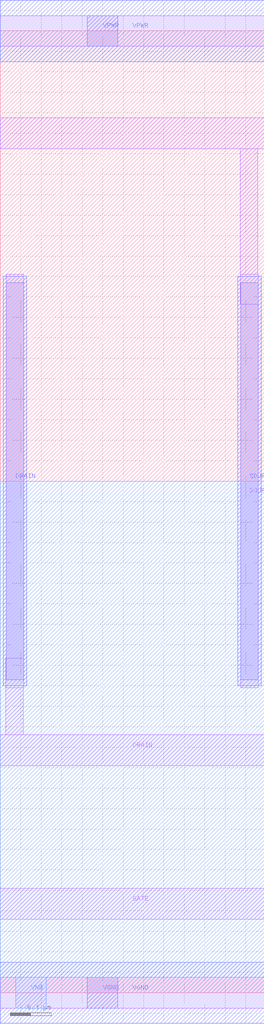
<source format=lef>
VERSION 5.7 ;
  NOWIREEXTENSIONATPIN ON ;
  DIVIDERCHAR "/" ;
  BUSBITCHARS "[]" ;
MACRO sky130_asc_nfet_01v8_lvt_1
  CLASS CORE ;
  FOREIGN sky130_asc_nfet_01v8_lvt_1 ;
  ORIGIN 0.000 0.000 ;
  SIZE 2.580 BY 9.400 ;
  SITE unitasc ;
  PIN VNB
    DIRECTION INOUT ;
    USE POWER ;
    PORT
      LAYER pwell ;
        RECT 0.000 0.150 2.580 5.000 ;
        RECT 0.150 -0.150 0.450 0.150 ;
    END
  END VNB
  PIN GATE
    DIRECTION INOUT ;
    USE SIGNAL ;
    ANTENNAGATEAREA 8.000000 ;
    PORT
      LAYER li1 ;
        RECT 0.000 0.720 2.580 1.020 ;
    END
  END GATE
  PIN SOURCE
    DIRECTION INOUT ;
    USE SIGNAL ;
    ANTENNADIFFAREA 1.160000 ;
    PORT
      LAYER li1 ;
        RECT 0.000 8.250 2.580 8.550 ;
        RECT 2.345 7.020 2.515 8.250 ;
        RECT 2.345 6.730 2.520 7.020 ;
        RECT 2.350 2.980 2.520 6.730 ;
      LAYER mcon ;
        RECT 2.350 3.060 2.520 6.940 ;
      LAYER met1 ;
        RECT 2.320 3.000 2.550 7.000 ;
    END
  END SOURCE
  PIN DRAIN
    DIRECTION INOUT ;
    USE SIGNAL ;
    ANTENNADIFFAREA 1.160000 ;
    PORT
      LAYER li1 ;
        RECT 0.060 3.270 0.230 7.020 ;
        RECT 0.055 2.980 0.230 3.270 ;
        RECT 0.055 2.520 0.225 2.980 ;
        RECT 0.000 2.220 2.580 2.520 ;
      LAYER mcon ;
        RECT 0.060 3.060 0.230 6.940 ;
      LAYER met1 ;
        RECT 0.030 3.000 0.260 7.000 ;
    END
  END DRAIN
  PIN VPWR
    DIRECTION INOUT ;
    USE POWER ;
    PORT
      LAYER li1 ;
        RECT 0.000 9.250 2.580 9.550 ;
      LAYER mcon ;
        RECT 0.850 9.250 1.150 9.550 ;
      LAYER met1 ;
        RECT 0.000 9.100 2.580 9.700 ;
    END
  END VPWR
  PIN VGND
    DIRECTION INOUT ;
    USE GROUND ;
    PORT
      LAYER li1 ;
        RECT 0.000 -0.150 2.580 0.150 ;
      LAYER mcon ;
        RECT 0.850 -0.150 1.150 0.150 ;
      LAYER met1 ;
        RECT 0.000 -0.300 2.580 0.300 ;
    END
  END VGND
END sky130_asc_nfet_01v8_lvt_1
END LIBRARY


</source>
